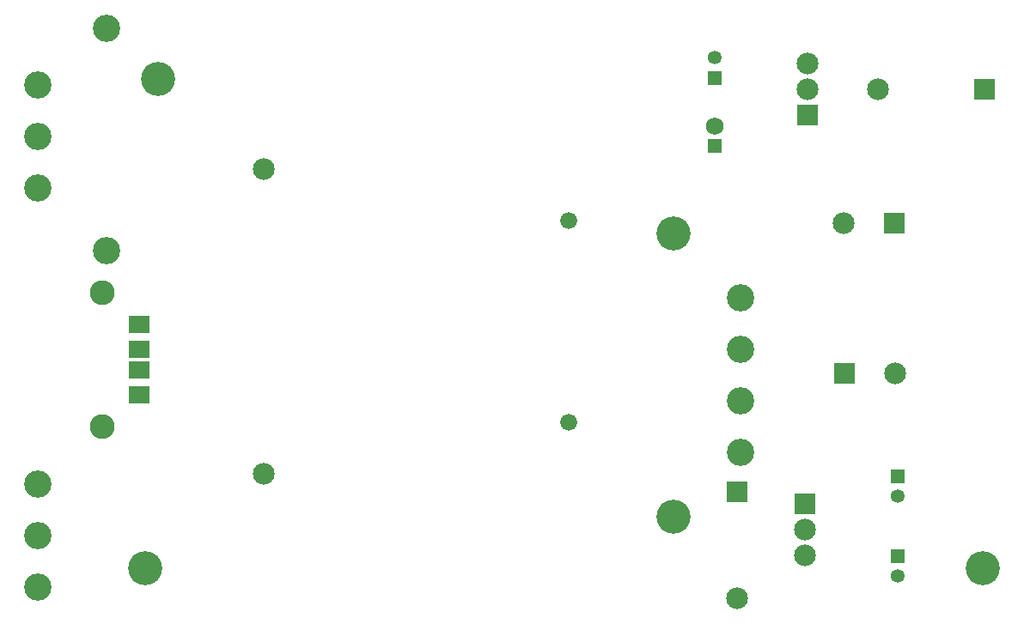
<source format=gbs>
G04 Layer_Color=16711935*
%FSLAX25Y25*%
%MOIN*%
G70*
G01*
G75*
%ADD30C,0.10600*%
%ADD31C,0.06600*%
%ADD32C,0.08474*%
%ADD33R,0.08474X0.08474*%
%ADD34R,0.08474X0.08474*%
%ADD35C,0.06899*%
%ADD36R,0.05324X0.05324*%
%ADD37C,0.05324*%
%ADD38R,0.08474X0.06600*%
%ADD39C,0.09655*%
%ADD40C,0.13200*%
D30*
X-12500Y28386D02*
D03*
Y115000D02*
D03*
X-39094Y52854D02*
D03*
Y72854D02*
D03*
Y92854D02*
D03*
Y-62146D02*
D03*
Y-82146D02*
D03*
Y-102146D02*
D03*
X233406Y10354D02*
D03*
Y-9646D02*
D03*
Y-29646D02*
D03*
Y-49646D02*
D03*
D31*
X166906Y40354D02*
D03*
Y-38146D02*
D03*
D32*
X48406Y-58146D02*
D03*
Y60354D02*
D03*
X259516Y91164D02*
D03*
Y101164D02*
D03*
X293496Y-19186D02*
D03*
X273516Y39164D02*
D03*
X286925Y91164D02*
D03*
X232296Y-106436D02*
D03*
X258316Y-79836D02*
D03*
Y-89836D02*
D03*
D33*
X259516Y81164D02*
D03*
X232296Y-65255D02*
D03*
X258316Y-69836D02*
D03*
D34*
X273811Y-19186D02*
D03*
X293201Y39164D02*
D03*
X328106Y91164D02*
D03*
D35*
X223516Y77038D02*
D03*
D36*
Y69164D02*
D03*
X294516Y-58962D02*
D03*
Y-89962D02*
D03*
X223396Y95610D02*
D03*
D37*
X294516Y-66836D02*
D03*
Y-97836D02*
D03*
X223396Y103484D02*
D03*
D38*
X0Y0D02*
D03*
Y-9843D02*
D03*
Y-17717D02*
D03*
Y-27559D02*
D03*
D39*
X-14094Y12087D02*
D03*
Y-39646D02*
D03*
D40*
X7516Y95164D02*
D03*
X2516Y-94836D02*
D03*
X207516Y35164D02*
D03*
Y-74836D02*
D03*
X327516Y-94836D02*
D03*
M02*

</source>
